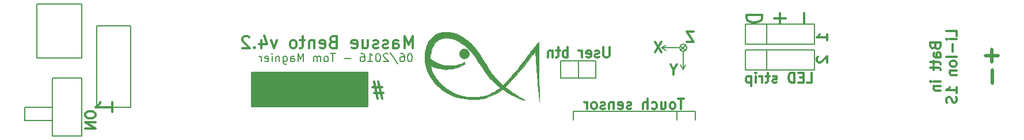
<source format=gbo>
G04 #@! TF.FileFunction,Legend,Bot*
%FSLAX46Y46*%
G04 Gerber Fmt 4.6, Leading zero omitted, Abs format (unit mm)*
G04 Created by KiCad (PCBNEW 4.0.0-rc2-1-stable) date Mardi 07 juin 2016 13:35:49*
%MOMM*%
G01*
G04 APERTURE LIST*
%ADD10C,0.100000*%
%ADD11C,0.300000*%
%ADD12C,0.200000*%
%ADD13C,0.500000*%
%ADD14C,0.150000*%
%ADD15C,0.254000*%
G04 APERTURE END LIST*
D10*
D11*
X50869048Y8428571D02*
X49440476Y8428571D01*
X50297619Y9285714D02*
X50869048Y6714286D01*
X49630952Y7571429D02*
X51059524Y7571429D01*
X50202381Y6714286D02*
X49630952Y9285714D01*
X7190571Y4510572D02*
X7190571Y4224858D01*
X7262000Y4082000D01*
X7404857Y3939143D01*
X7690571Y3867715D01*
X8190571Y3867715D01*
X8476286Y3939143D01*
X8619143Y4082000D01*
X8690571Y4224858D01*
X8690571Y4510572D01*
X8619143Y4653429D01*
X8476286Y4796286D01*
X8190571Y4867715D01*
X7690571Y4867715D01*
X7404857Y4796286D01*
X7262000Y4653429D01*
X7190571Y4510572D01*
X8690571Y3224857D02*
X7190571Y3224857D01*
X8690571Y2367714D01*
X7190571Y2367714D01*
X96649999Y16595429D02*
X95649999Y16595429D01*
X96649999Y15095429D01*
X95649999Y15095429D01*
D12*
X94753000Y14504000D02*
X95515000Y13869000D01*
X94753000Y13869000D02*
X95515000Y14631000D01*
X95672815Y14250000D02*
G75*
G03X95672815Y14250000I-538815J0D01*
G01*
D11*
X93737000Y10983714D02*
X93737000Y10269429D01*
X94237000Y11769429D02*
X93737000Y10983714D01*
X93237000Y11769429D01*
D12*
X95100000Y11050000D02*
X94750000Y11700000D01*
X95100000Y11050000D02*
X95450000Y11700000D01*
X95100000Y13700000D02*
X95100000Y11050000D01*
D11*
X91950999Y15071429D02*
X90950999Y13571429D01*
X90950999Y15071429D02*
X91950999Y13571429D01*
D12*
X91959000Y14250000D02*
X92594000Y13869000D01*
X91959000Y14250000D02*
X92594000Y14631000D01*
X94500000Y14250000D02*
X91959000Y14250000D01*
X54985714Y13407143D02*
X54871429Y13407143D01*
X54757143Y13350000D01*
X54700000Y13292857D01*
X54642857Y13178571D01*
X54585714Y12950000D01*
X54585714Y12664286D01*
X54642857Y12435714D01*
X54700000Y12321429D01*
X54757143Y12264286D01*
X54871429Y12207143D01*
X54985714Y12207143D01*
X55100000Y12264286D01*
X55157143Y12321429D01*
X55214286Y12435714D01*
X55271429Y12664286D01*
X55271429Y12950000D01*
X55214286Y13178571D01*
X55157143Y13292857D01*
X55100000Y13350000D01*
X54985714Y13407143D01*
X53557143Y13407143D02*
X53785714Y13407143D01*
X53900000Y13350000D01*
X53957143Y13292857D01*
X54071429Y13121429D01*
X54128572Y12892857D01*
X54128572Y12435714D01*
X54071429Y12321429D01*
X54014286Y12264286D01*
X53900000Y12207143D01*
X53671429Y12207143D01*
X53557143Y12264286D01*
X53500000Y12321429D01*
X53442857Y12435714D01*
X53442857Y12721429D01*
X53500000Y12835714D01*
X53557143Y12892857D01*
X53671429Y12950000D01*
X53900000Y12950000D01*
X54014286Y12892857D01*
X54071429Y12835714D01*
X54128572Y12721429D01*
X52071429Y13464286D02*
X53100000Y11921429D01*
X51728572Y13292857D02*
X51671429Y13350000D01*
X51557143Y13407143D01*
X51271429Y13407143D01*
X51157143Y13350000D01*
X51100000Y13292857D01*
X51042857Y13178571D01*
X51042857Y13064286D01*
X51100000Y12892857D01*
X51785714Y12207143D01*
X51042857Y12207143D01*
X50300000Y13407143D02*
X50185715Y13407143D01*
X50071429Y13350000D01*
X50014286Y13292857D01*
X49957143Y13178571D01*
X49900000Y12950000D01*
X49900000Y12664286D01*
X49957143Y12435714D01*
X50014286Y12321429D01*
X50071429Y12264286D01*
X50185715Y12207143D01*
X50300000Y12207143D01*
X50414286Y12264286D01*
X50471429Y12321429D01*
X50528572Y12435714D01*
X50585715Y12664286D01*
X50585715Y12950000D01*
X50528572Y13178571D01*
X50471429Y13292857D01*
X50414286Y13350000D01*
X50300000Y13407143D01*
X48757143Y12207143D02*
X49442858Y12207143D01*
X49100000Y12207143D02*
X49100000Y13407143D01*
X49214286Y13235714D01*
X49328572Y13121429D01*
X49442858Y13064286D01*
X47728572Y13407143D02*
X47957143Y13407143D01*
X48071429Y13350000D01*
X48128572Y13292857D01*
X48242858Y13121429D01*
X48300001Y12892857D01*
X48300001Y12435714D01*
X48242858Y12321429D01*
X48185715Y12264286D01*
X48071429Y12207143D01*
X47842858Y12207143D01*
X47728572Y12264286D01*
X47671429Y12321429D01*
X47614286Y12435714D01*
X47614286Y12721429D01*
X47671429Y12835714D01*
X47728572Y12892857D01*
X47842858Y12950000D01*
X48071429Y12950000D01*
X48185715Y12892857D01*
X48242858Y12835714D01*
X48300001Y12721429D01*
X46185715Y12664286D02*
X45271429Y12664286D01*
X43957143Y13407143D02*
X43271429Y13407143D01*
X43614286Y12207143D02*
X43614286Y13407143D01*
X42700000Y12207143D02*
X42814286Y12264286D01*
X42871429Y12321429D01*
X42928572Y12435714D01*
X42928572Y12778571D01*
X42871429Y12892857D01*
X42814286Y12950000D01*
X42700000Y13007143D01*
X42528572Y13007143D01*
X42414286Y12950000D01*
X42357143Y12892857D01*
X42300000Y12778571D01*
X42300000Y12435714D01*
X42357143Y12321429D01*
X42414286Y12264286D01*
X42528572Y12207143D01*
X42700000Y12207143D01*
X41785715Y12207143D02*
X41785715Y13007143D01*
X41785715Y12892857D02*
X41728572Y12950000D01*
X41614286Y13007143D01*
X41442858Y13007143D01*
X41328572Y12950000D01*
X41271429Y12835714D01*
X41271429Y12207143D01*
X41271429Y12835714D02*
X41214286Y12950000D01*
X41100000Y13007143D01*
X40928572Y13007143D01*
X40814286Y12950000D01*
X40757143Y12835714D01*
X40757143Y12207143D01*
X39271429Y12207143D02*
X39271429Y13407143D01*
X38871429Y12550000D01*
X38471429Y13407143D01*
X38471429Y12207143D01*
X37385714Y12207143D02*
X37385714Y12835714D01*
X37442857Y12950000D01*
X37557143Y13007143D01*
X37785714Y13007143D01*
X37900000Y12950000D01*
X37385714Y12264286D02*
X37500000Y12207143D01*
X37785714Y12207143D01*
X37900000Y12264286D01*
X37957143Y12378571D01*
X37957143Y12492857D01*
X37900000Y12607143D01*
X37785714Y12664286D01*
X37500000Y12664286D01*
X37385714Y12721429D01*
X36300000Y13007143D02*
X36300000Y12035714D01*
X36357143Y11921429D01*
X36414286Y11864286D01*
X36528571Y11807143D01*
X36700000Y11807143D01*
X36814286Y11864286D01*
X36300000Y12264286D02*
X36414286Y12207143D01*
X36642857Y12207143D01*
X36757143Y12264286D01*
X36814286Y12321429D01*
X36871429Y12435714D01*
X36871429Y12778571D01*
X36814286Y12892857D01*
X36757143Y12950000D01*
X36642857Y13007143D01*
X36414286Y13007143D01*
X36300000Y12950000D01*
X35728572Y13007143D02*
X35728572Y12207143D01*
X35728572Y12892857D02*
X35671429Y12950000D01*
X35557143Y13007143D01*
X35385715Y13007143D01*
X35271429Y12950000D01*
X35214286Y12835714D01*
X35214286Y12207143D01*
X34642858Y12207143D02*
X34642858Y13007143D01*
X34642858Y13407143D02*
X34700001Y13350000D01*
X34642858Y13292857D01*
X34585715Y13350000D01*
X34642858Y13407143D01*
X34642858Y13292857D01*
X33614286Y12264286D02*
X33728572Y12207143D01*
X33957143Y12207143D01*
X34071429Y12264286D01*
X34128572Y12378571D01*
X34128572Y12835714D01*
X34071429Y12950000D01*
X33957143Y13007143D01*
X33728572Y13007143D01*
X33614286Y12950000D01*
X33557143Y12835714D01*
X33557143Y12721429D01*
X34128572Y12607143D01*
X33042858Y12207143D02*
X33042858Y13007143D01*
X33042858Y12778571D02*
X32985715Y12892857D01*
X32928572Y12950000D01*
X32814286Y13007143D01*
X32700001Y13007143D01*
D11*
X55321429Y14185714D02*
X55321429Y15985714D01*
X54721429Y14700000D01*
X54121429Y15985714D01*
X54121429Y14185714D01*
X52492857Y14185714D02*
X52492857Y15128571D01*
X52578571Y15300000D01*
X52750000Y15385714D01*
X53092857Y15385714D01*
X53264286Y15300000D01*
X52492857Y14271429D02*
X52664286Y14185714D01*
X53092857Y14185714D01*
X53264286Y14271429D01*
X53350000Y14442857D01*
X53350000Y14614286D01*
X53264286Y14785714D01*
X53092857Y14871429D01*
X52664286Y14871429D01*
X52492857Y14957143D01*
X51721429Y14271429D02*
X51550000Y14185714D01*
X51207143Y14185714D01*
X51035715Y14271429D01*
X50950000Y14442857D01*
X50950000Y14528571D01*
X51035715Y14700000D01*
X51207143Y14785714D01*
X51464286Y14785714D01*
X51635715Y14871429D01*
X51721429Y15042857D01*
X51721429Y15128571D01*
X51635715Y15300000D01*
X51464286Y15385714D01*
X51207143Y15385714D01*
X51035715Y15300000D01*
X50264286Y14271429D02*
X50092857Y14185714D01*
X49750000Y14185714D01*
X49578572Y14271429D01*
X49492857Y14442857D01*
X49492857Y14528571D01*
X49578572Y14700000D01*
X49750000Y14785714D01*
X50007143Y14785714D01*
X50178572Y14871429D01*
X50264286Y15042857D01*
X50264286Y15128571D01*
X50178572Y15300000D01*
X50007143Y15385714D01*
X49750000Y15385714D01*
X49578572Y15300000D01*
X47950000Y15385714D02*
X47950000Y14185714D01*
X48721429Y15385714D02*
X48721429Y14442857D01*
X48635714Y14271429D01*
X48464286Y14185714D01*
X48207143Y14185714D01*
X48035714Y14271429D01*
X47950000Y14357143D01*
X46407143Y14271429D02*
X46578572Y14185714D01*
X46921429Y14185714D01*
X47092858Y14271429D01*
X47178572Y14442857D01*
X47178572Y15128571D01*
X47092858Y15300000D01*
X46921429Y15385714D01*
X46578572Y15385714D01*
X46407143Y15300000D01*
X46321429Y15128571D01*
X46321429Y14957143D01*
X47178572Y14785714D01*
X43578572Y15128571D02*
X43321429Y15042857D01*
X43235714Y14957143D01*
X43150000Y14785714D01*
X43150000Y14528571D01*
X43235714Y14357143D01*
X43321429Y14271429D01*
X43492857Y14185714D01*
X44178572Y14185714D01*
X44178572Y15985714D01*
X43578572Y15985714D01*
X43407143Y15900000D01*
X43321429Y15814286D01*
X43235714Y15642857D01*
X43235714Y15471429D01*
X43321429Y15300000D01*
X43407143Y15214286D01*
X43578572Y15128571D01*
X44178572Y15128571D01*
X41692857Y14271429D02*
X41864286Y14185714D01*
X42207143Y14185714D01*
X42378572Y14271429D01*
X42464286Y14442857D01*
X42464286Y15128571D01*
X42378572Y15300000D01*
X42207143Y15385714D01*
X41864286Y15385714D01*
X41692857Y15300000D01*
X41607143Y15128571D01*
X41607143Y14957143D01*
X42464286Y14785714D01*
X40835715Y15385714D02*
X40835715Y14185714D01*
X40835715Y15214286D02*
X40750000Y15300000D01*
X40578572Y15385714D01*
X40321429Y15385714D01*
X40150000Y15300000D01*
X40064286Y15128571D01*
X40064286Y14185714D01*
X39464286Y15385714D02*
X38778572Y15385714D01*
X39207144Y15985714D02*
X39207144Y14442857D01*
X39121429Y14271429D01*
X38950001Y14185714D01*
X38778572Y14185714D01*
X37921430Y14185714D02*
X38092858Y14271429D01*
X38178573Y14357143D01*
X38264287Y14528571D01*
X38264287Y15042857D01*
X38178573Y15214286D01*
X38092858Y15300000D01*
X37921430Y15385714D01*
X37664287Y15385714D01*
X37492858Y15300000D01*
X37407144Y15214286D01*
X37321430Y15042857D01*
X37321430Y14528571D01*
X37407144Y14357143D01*
X37492858Y14271429D01*
X37664287Y14185714D01*
X37921430Y14185714D01*
X35350001Y15385714D02*
X34921430Y14185714D01*
X34492858Y15385714D01*
X33035715Y15385714D02*
X33035715Y14185714D01*
X33464286Y16071429D02*
X33892858Y14785714D01*
X32778572Y14785714D01*
X32092858Y14357143D02*
X32007143Y14271429D01*
X32092858Y14185714D01*
X32178572Y14271429D01*
X32092858Y14357143D01*
X32092858Y14185714D01*
X31321429Y15814286D02*
X31235715Y15900000D01*
X31064286Y15985714D01*
X30635715Y15985714D01*
X30464286Y15900000D01*
X30378572Y15814286D01*
X30292857Y15642857D01*
X30292857Y15471429D01*
X30378572Y15214286D01*
X31407143Y14185714D01*
X30292857Y14185714D01*
X84267000Y14309429D02*
X84267000Y13095143D01*
X84195572Y12952286D01*
X84124143Y12880857D01*
X83981286Y12809429D01*
X83695572Y12809429D01*
X83552714Y12880857D01*
X83481286Y12952286D01*
X83409857Y13095143D01*
X83409857Y14309429D01*
X82767000Y12880857D02*
X82624143Y12809429D01*
X82338428Y12809429D01*
X82195571Y12880857D01*
X82124143Y13023714D01*
X82124143Y13095143D01*
X82195571Y13238000D01*
X82338428Y13309429D01*
X82552714Y13309429D01*
X82695571Y13380857D01*
X82767000Y13523714D01*
X82767000Y13595143D01*
X82695571Y13738000D01*
X82552714Y13809429D01*
X82338428Y13809429D01*
X82195571Y13738000D01*
X80909857Y12880857D02*
X81052714Y12809429D01*
X81338428Y12809429D01*
X81481285Y12880857D01*
X81552714Y13023714D01*
X81552714Y13595143D01*
X81481285Y13738000D01*
X81338428Y13809429D01*
X81052714Y13809429D01*
X80909857Y13738000D01*
X80838428Y13595143D01*
X80838428Y13452286D01*
X81552714Y13309429D01*
X80195571Y12809429D02*
X80195571Y13809429D01*
X80195571Y13523714D02*
X80124143Y13666571D01*
X80052714Y13738000D01*
X79909857Y13809429D01*
X79767000Y13809429D01*
X78124143Y12809429D02*
X78124143Y14309429D01*
X78124143Y13738000D02*
X77981286Y13809429D01*
X77695572Y13809429D01*
X77552715Y13738000D01*
X77481286Y13666571D01*
X77409857Y13523714D01*
X77409857Y13095143D01*
X77481286Y12952286D01*
X77552715Y12880857D01*
X77695572Y12809429D01*
X77981286Y12809429D01*
X78124143Y12880857D01*
X76981286Y13809429D02*
X76409857Y13809429D01*
X76767000Y14309429D02*
X76767000Y13023714D01*
X76695572Y12880857D01*
X76552714Y12809429D01*
X76409857Y12809429D01*
X75909857Y13809429D02*
X75909857Y12809429D01*
X75909857Y13666571D02*
X75838429Y13738000D01*
X75695571Y13809429D01*
X75481286Y13809429D01*
X75338429Y13738000D01*
X75267000Y13595143D01*
X75267000Y12809429D01*
D12*
X79767000Y12345000D02*
X79767000Y9805000D01*
X77100000Y9805000D02*
X77100000Y12345000D01*
X82307000Y9805000D02*
X77100000Y9805000D01*
X82307000Y12345000D02*
X82307000Y9805000D01*
X77100000Y12345000D02*
X82307000Y12345000D01*
D11*
X95252143Y6689429D02*
X94395000Y6689429D01*
X94823571Y5189429D02*
X94823571Y6689429D01*
X93680714Y5189429D02*
X93823572Y5260857D01*
X93895000Y5332286D01*
X93966429Y5475143D01*
X93966429Y5903714D01*
X93895000Y6046571D01*
X93823572Y6118000D01*
X93680714Y6189429D01*
X93466429Y6189429D01*
X93323572Y6118000D01*
X93252143Y6046571D01*
X93180714Y5903714D01*
X93180714Y5475143D01*
X93252143Y5332286D01*
X93323572Y5260857D01*
X93466429Y5189429D01*
X93680714Y5189429D01*
X91895000Y6189429D02*
X91895000Y5189429D01*
X92537857Y6189429D02*
X92537857Y5403714D01*
X92466429Y5260857D01*
X92323571Y5189429D01*
X92109286Y5189429D01*
X91966429Y5260857D01*
X91895000Y5332286D01*
X90537857Y5260857D02*
X90680714Y5189429D01*
X90966428Y5189429D01*
X91109286Y5260857D01*
X91180714Y5332286D01*
X91252143Y5475143D01*
X91252143Y5903714D01*
X91180714Y6046571D01*
X91109286Y6118000D01*
X90966428Y6189429D01*
X90680714Y6189429D01*
X90537857Y6118000D01*
X89895000Y5189429D02*
X89895000Y6689429D01*
X89252143Y5189429D02*
X89252143Y5975143D01*
X89323572Y6118000D01*
X89466429Y6189429D01*
X89680714Y6189429D01*
X89823572Y6118000D01*
X89895000Y6046571D01*
X87466429Y5260857D02*
X87323572Y5189429D01*
X87037857Y5189429D01*
X86895000Y5260857D01*
X86823572Y5403714D01*
X86823572Y5475143D01*
X86895000Y5618000D01*
X87037857Y5689429D01*
X87252143Y5689429D01*
X87395000Y5760857D01*
X87466429Y5903714D01*
X87466429Y5975143D01*
X87395000Y6118000D01*
X87252143Y6189429D01*
X87037857Y6189429D01*
X86895000Y6118000D01*
X85609286Y5260857D02*
X85752143Y5189429D01*
X86037857Y5189429D01*
X86180714Y5260857D01*
X86252143Y5403714D01*
X86252143Y5975143D01*
X86180714Y6118000D01*
X86037857Y6189429D01*
X85752143Y6189429D01*
X85609286Y6118000D01*
X85537857Y5975143D01*
X85537857Y5832286D01*
X86252143Y5689429D01*
X84895000Y6189429D02*
X84895000Y5189429D01*
X84895000Y6046571D02*
X84823572Y6118000D01*
X84680714Y6189429D01*
X84466429Y6189429D01*
X84323572Y6118000D01*
X84252143Y5975143D01*
X84252143Y5189429D01*
X83609286Y5260857D02*
X83466429Y5189429D01*
X83180714Y5189429D01*
X83037857Y5260857D01*
X82966429Y5403714D01*
X82966429Y5475143D01*
X83037857Y5618000D01*
X83180714Y5689429D01*
X83395000Y5689429D01*
X83537857Y5760857D01*
X83609286Y5903714D01*
X83609286Y5975143D01*
X83537857Y6118000D01*
X83395000Y6189429D01*
X83180714Y6189429D01*
X83037857Y6118000D01*
X82109285Y5189429D02*
X82252143Y5260857D01*
X82323571Y5332286D01*
X82395000Y5475143D01*
X82395000Y5903714D01*
X82323571Y6046571D01*
X82252143Y6118000D01*
X82109285Y6189429D01*
X81895000Y6189429D01*
X81752143Y6118000D01*
X81680714Y6046571D01*
X81609285Y5903714D01*
X81609285Y5475143D01*
X81680714Y5332286D01*
X81752143Y5260857D01*
X81895000Y5189429D01*
X82109285Y5189429D01*
X80966428Y5189429D02*
X80966428Y6189429D01*
X80966428Y5903714D02*
X80895000Y6046571D01*
X80823571Y6118000D01*
X80680714Y6189429D01*
X80537857Y6189429D01*
D12*
X94245000Y4852000D02*
X94245000Y3582000D01*
X96912000Y4852000D02*
X96912000Y3582000D01*
X79005000Y4852000D02*
X96912000Y4852000D01*
X79005000Y3582000D02*
X79005000Y4852000D01*
D11*
X114921429Y12928571D02*
X114850000Y12857142D01*
X114778571Y12714285D01*
X114778571Y12357142D01*
X114850000Y12214285D01*
X114921429Y12142856D01*
X115064286Y12071428D01*
X115207143Y12071428D01*
X115421429Y12142856D01*
X116278571Y12999999D01*
X116278571Y12071428D01*
X116278571Y15371428D02*
X116278571Y16228571D01*
X116278571Y15799999D02*
X114778571Y15799999D01*
X114992857Y15942856D01*
X115135714Y16085714D01*
X115207143Y16228571D01*
X106720476Y19123810D02*
X104420476Y19123810D01*
X104420476Y18647619D01*
X104530000Y18361905D01*
X104749048Y18171429D01*
X104968095Y18076190D01*
X105406190Y17980952D01*
X105734762Y17980952D01*
X106172857Y18076190D01*
X106391905Y18171429D01*
X106610952Y18361905D01*
X106720476Y18647619D01*
X106720476Y19123810D01*
X109364286Y19361905D02*
X109364286Y17838095D01*
X110240476Y18600000D02*
X108488095Y18600000D01*
X112884286Y19361905D02*
X112884286Y17838095D01*
X113321428Y9071429D02*
X114035714Y9071429D01*
X114035714Y10571429D01*
X112821428Y9857143D02*
X112321428Y9857143D01*
X112107142Y9071429D02*
X112821428Y9071429D01*
X112821428Y10571429D01*
X112107142Y10571429D01*
X111464285Y9071429D02*
X111464285Y10571429D01*
X111107142Y10571429D01*
X110892857Y10500000D01*
X110749999Y10357143D01*
X110678571Y10214286D01*
X110607142Y9928571D01*
X110607142Y9714286D01*
X110678571Y9428571D01*
X110749999Y9285714D01*
X110892857Y9142857D01*
X111107142Y9071429D01*
X111464285Y9071429D01*
X108892857Y9142857D02*
X108750000Y9071429D01*
X108464285Y9071429D01*
X108321428Y9142857D01*
X108250000Y9285714D01*
X108250000Y9357143D01*
X108321428Y9500000D01*
X108464285Y9571429D01*
X108678571Y9571429D01*
X108821428Y9642857D01*
X108892857Y9785714D01*
X108892857Y9857143D01*
X108821428Y10000000D01*
X108678571Y10071429D01*
X108464285Y10071429D01*
X108321428Y10000000D01*
X107821428Y10071429D02*
X107249999Y10071429D01*
X107607142Y10571429D02*
X107607142Y9285714D01*
X107535714Y9142857D01*
X107392856Y9071429D01*
X107249999Y9071429D01*
X106749999Y9071429D02*
X106749999Y10071429D01*
X106749999Y9785714D02*
X106678571Y9928571D01*
X106607142Y10000000D01*
X106464285Y10071429D01*
X106321428Y10071429D01*
X105821428Y9071429D02*
X105821428Y10071429D01*
X105821428Y10571429D02*
X105892857Y10500000D01*
X105821428Y10428571D01*
X105750000Y10500000D01*
X105821428Y10571429D01*
X105821428Y10428571D01*
X105107142Y10071429D02*
X105107142Y8571429D01*
X105107142Y10000000D02*
X104964285Y10071429D01*
X104678571Y10071429D01*
X104535714Y10000000D01*
X104464285Y9928571D01*
X104392856Y9785714D01*
X104392856Y9357143D01*
X104464285Y9214286D01*
X104535714Y9142857D01*
X104678571Y9071429D01*
X104964285Y9071429D01*
X105107142Y9142857D01*
D12*
X107400000Y13900000D02*
X107400000Y11000000D01*
X114400000Y11000000D02*
X114400000Y13900000D01*
X104300000Y11000000D02*
X114400000Y11000000D01*
X104300000Y13900000D02*
X104300000Y11000000D01*
X114400000Y13900000D02*
X104300000Y13900000D01*
X107400000Y17700000D02*
X107400000Y14800000D01*
X104300000Y14800000D02*
X114400000Y14800000D01*
X104300000Y17700000D02*
X104300000Y14800000D01*
X114400000Y17700000D02*
X104300000Y17700000D01*
X114400000Y14800000D02*
X114400000Y17700000D01*
D11*
X132180857Y14491714D02*
X132252286Y14277428D01*
X132323714Y14206000D01*
X132466571Y14134571D01*
X132680857Y14134571D01*
X132823714Y14206000D01*
X132895143Y14277428D01*
X132966571Y14420286D01*
X132966571Y14991714D01*
X131466571Y14991714D01*
X131466571Y14491714D01*
X131538000Y14348857D01*
X131609429Y14277428D01*
X131752286Y14206000D01*
X131895143Y14206000D01*
X132038000Y14277428D01*
X132109429Y14348857D01*
X132180857Y14491714D01*
X132180857Y14991714D01*
X132966571Y12848857D02*
X132180857Y12848857D01*
X132038000Y12920286D01*
X131966571Y13063143D01*
X131966571Y13348857D01*
X132038000Y13491714D01*
X132895143Y12848857D02*
X132966571Y12991714D01*
X132966571Y13348857D01*
X132895143Y13491714D01*
X132752286Y13563143D01*
X132609429Y13563143D01*
X132466571Y13491714D01*
X132395143Y13348857D01*
X132395143Y12991714D01*
X132323714Y12848857D01*
X131966571Y12348857D02*
X131966571Y11777428D01*
X131466571Y12134571D02*
X132752286Y12134571D01*
X132895143Y12063143D01*
X132966571Y11920285D01*
X132966571Y11777428D01*
X131966571Y11491714D02*
X131966571Y10920285D01*
X131466571Y11277428D02*
X132752286Y11277428D01*
X132895143Y11206000D01*
X132966571Y11063142D01*
X132966571Y10920285D01*
X132966571Y9277428D02*
X131966571Y9277428D01*
X131466571Y9277428D02*
X131538000Y9348857D01*
X131609429Y9277428D01*
X131538000Y9206000D01*
X131466571Y9277428D01*
X131609429Y9277428D01*
X131966571Y8563142D02*
X132966571Y8563142D01*
X132109429Y8563142D02*
X132038000Y8491714D01*
X131966571Y8348856D01*
X131966571Y8134571D01*
X132038000Y7991714D01*
X132180857Y7920285D01*
X132966571Y7920285D01*
X135366571Y15991714D02*
X135366571Y16706000D01*
X133866571Y16706000D01*
X135366571Y15491714D02*
X134366571Y15491714D01*
X133866571Y15491714D02*
X133938000Y15563143D01*
X134009429Y15491714D01*
X133938000Y15420286D01*
X133866571Y15491714D01*
X134009429Y15491714D01*
X134795143Y14777428D02*
X134795143Y13634571D01*
X135366571Y12920285D02*
X133866571Y12920285D01*
X135366571Y11991713D02*
X135295143Y12134571D01*
X135223714Y12205999D01*
X135080857Y12277428D01*
X134652286Y12277428D01*
X134509429Y12205999D01*
X134438000Y12134571D01*
X134366571Y11991713D01*
X134366571Y11777428D01*
X134438000Y11634571D01*
X134509429Y11563142D01*
X134652286Y11491713D01*
X135080857Y11491713D01*
X135223714Y11563142D01*
X135295143Y11634571D01*
X135366571Y11777428D01*
X135366571Y11991713D01*
X134366571Y10848856D02*
X135366571Y10848856D01*
X134509429Y10848856D02*
X134438000Y10777428D01*
X134366571Y10634570D01*
X134366571Y10420285D01*
X134438000Y10277428D01*
X134580857Y10205999D01*
X135366571Y10205999D01*
X135366571Y7563142D02*
X135366571Y8420285D01*
X135366571Y7991713D02*
X133866571Y7991713D01*
X134080857Y8134570D01*
X134223714Y8277428D01*
X134295143Y8420285D01*
X135295143Y6991714D02*
X135366571Y6777428D01*
X135366571Y6420285D01*
X135295143Y6277428D01*
X135223714Y6205999D01*
X135080857Y6134571D01*
X134938000Y6134571D01*
X134795143Y6205999D01*
X134723714Y6277428D01*
X134652286Y6420285D01*
X134580857Y6705999D01*
X134509429Y6848857D01*
X134438000Y6920285D01*
X134295143Y6991714D01*
X134152286Y6991714D01*
X134009429Y6920285D01*
X133938000Y6848857D01*
X133866571Y6705999D01*
X133866571Y6348857D01*
X133938000Y6134571D01*
D13*
X141452381Y13071429D02*
X139547619Y13071429D01*
X140500000Y12119048D02*
X140500000Y14023810D01*
X140571429Y9047619D02*
X140571429Y10952381D01*
D11*
X11174952Y4772714D02*
X11174952Y6201286D01*
X11174952Y5487000D02*
X8674952Y5487000D01*
X9032095Y5725095D01*
X9270190Y5963190D01*
X9389238Y6201286D01*
D10*
G36*
X57110666Y12886051D02*
X57130147Y12349690D01*
X57190490Y11840971D01*
X57292884Y11355814D01*
X57438514Y10890137D01*
X57628566Y10439859D01*
X57864229Y10000898D01*
X57890199Y9959657D01*
X57890199Y12631145D01*
X57905175Y12938923D01*
X57942357Y13331328D01*
X58013843Y13712278D01*
X58117163Y14071579D01*
X58249849Y14399039D01*
X58268035Y14436536D01*
X58443422Y14741815D01*
X58646981Y15006204D01*
X58877695Y15228791D01*
X59134547Y15408660D01*
X59416519Y15544898D01*
X59554767Y15592782D01*
X59761676Y15641365D01*
X59998501Y15672246D01*
X60247003Y15683895D01*
X60488943Y15674781D01*
X60509933Y15672875D01*
X60927302Y15607898D01*
X61345112Y15493503D01*
X61760889Y15330989D01*
X62172155Y15121655D01*
X62576435Y14866799D01*
X62971253Y14567721D01*
X63354131Y14225718D01*
X63450696Y14130652D01*
X63608562Y13968854D01*
X63759233Y13806927D01*
X63906384Y13640100D01*
X64053690Y13463607D01*
X64204826Y13272677D01*
X64363467Y13062542D01*
X64533289Y12828433D01*
X64717966Y12565582D01*
X64921173Y12269219D01*
X65146586Y11934575D01*
X65169369Y11900500D01*
X65418658Y11528842D01*
X65643267Y11197122D01*
X65845473Y10902223D01*
X66027558Y10641030D01*
X66191799Y10410424D01*
X66340475Y10207289D01*
X66475866Y10028508D01*
X66600251Y9870963D01*
X66715908Y9731537D01*
X66825117Y9607114D01*
X66923024Y9501994D01*
X67069819Y9354713D01*
X67244644Y9188470D01*
X67434819Y9014686D01*
X67627661Y8844783D01*
X67810490Y8690184D01*
X67940013Y8585987D01*
X68037698Y8507503D01*
X68117520Y8439083D01*
X68172509Y8387038D01*
X68195694Y8357676D01*
X68195680Y8354579D01*
X68167345Y8326977D01*
X68105150Y8276373D01*
X68017064Y8208597D01*
X67911054Y8129479D01*
X67795088Y8044848D01*
X67677132Y7960533D01*
X67565153Y7882364D01*
X67467120Y7816169D01*
X67407210Y7777684D01*
X66971114Y7536077D01*
X66507694Y7333761D01*
X66024752Y7173331D01*
X65530092Y7057383D01*
X65035000Y6988824D01*
X64843217Y6975841D01*
X64618997Y6967639D01*
X64375614Y6964128D01*
X64126341Y6965219D01*
X63884452Y6970823D01*
X63663222Y6980849D01*
X63475924Y6995209D01*
X63434800Y6999599D01*
X62856362Y7091083D01*
X62292421Y7230945D01*
X61744685Y7418663D01*
X61214858Y7653719D01*
X61105300Y7709425D01*
X60651162Y7968702D01*
X60222016Y8259870D01*
X59820714Y8579558D01*
X59450108Y8924392D01*
X59113051Y9290999D01*
X58812393Y9676007D01*
X58550986Y10076043D01*
X58331683Y10487733D01*
X58157335Y10907705D01*
X58030793Y11332585D01*
X58026478Y11350869D01*
X58003613Y11453728D01*
X57987420Y11536308D01*
X57979982Y11587390D01*
X57980547Y11598214D01*
X58006476Y11593180D01*
X58069050Y11572067D01*
X58158090Y11538494D01*
X58236047Y11507342D01*
X58738498Y11326547D01*
X59239567Y11194601D01*
X59737446Y11111384D01*
X60230326Y11076773D01*
X60716398Y11090649D01*
X61193853Y11152890D01*
X61660883Y11263375D01*
X62115678Y11421982D01*
X62556431Y11628592D01*
X62881793Y11818213D01*
X63052686Y11926728D01*
X62996093Y12019587D01*
X62939500Y12112446D01*
X62698200Y12000167D01*
X62454752Y11897233D01*
X62181565Y11799318D01*
X61899662Y11713444D01*
X61659547Y11653075D01*
X61567750Y11634249D01*
X61478436Y11620164D01*
X61381826Y11610139D01*
X61268141Y11603495D01*
X61127601Y11599552D01*
X60950427Y11597628D01*
X60856700Y11597242D01*
X60663979Y11597281D01*
X60511877Y11599062D01*
X60390223Y11603290D01*
X60288846Y11610668D01*
X60197577Y11621903D01*
X60106245Y11637699D01*
X60021573Y11655107D01*
X59619636Y11761307D01*
X59208381Y11907189D01*
X58801243Y12087012D01*
X58411654Y12295039D01*
X58166950Y12447461D01*
X57890199Y12631145D01*
X57890199Y9959657D01*
X58022621Y9749362D01*
X58354377Y9294956D01*
X58727310Y8867277D01*
X59137754Y8469190D01*
X59582042Y8103553D01*
X60056507Y7773230D01*
X60557484Y7481082D01*
X61081305Y7229970D01*
X61428200Y7091616D01*
X61971454Y6917345D01*
X62538565Y6784454D01*
X63123467Y6693270D01*
X63720098Y6644121D01*
X64322393Y6637333D01*
X64924288Y6673232D01*
X65519718Y6752147D01*
X65985318Y6845997D01*
X66380353Y6958194D01*
X66788560Y7111610D01*
X67200951Y7301752D01*
X67608539Y7524126D01*
X68002336Y7774240D01*
X68346979Y8026751D01*
X68507969Y8153269D01*
X68886035Y7902418D01*
X69261449Y7661789D01*
X69642421Y7433685D01*
X70020222Y7222829D01*
X70386122Y7033948D01*
X70731393Y6871764D01*
X70993396Y6761854D01*
X71175453Y6693958D01*
X71349458Y6635879D01*
X71509379Y6589013D01*
X71649184Y6554753D01*
X71762841Y6534495D01*
X71844316Y6529634D01*
X71887579Y6541565D01*
X71893000Y6553800D01*
X71873225Y6577872D01*
X71863986Y6579200D01*
X71817889Y6590507D01*
X71736055Y6621649D01*
X71627521Y6668462D01*
X71501322Y6726779D01*
X71366495Y6792435D01*
X71232076Y6861265D01*
X71116957Y6923576D01*
X70890272Y7055613D01*
X70638222Y7211719D01*
X70374246Y7383182D01*
X70111785Y7561289D01*
X69885491Y7721869D01*
X69744742Y7825407D01*
X69599129Y7934693D01*
X69454339Y8045236D01*
X69316055Y8152546D01*
X69189964Y8252130D01*
X69081749Y8339499D01*
X68997096Y8410161D01*
X68941690Y8459625D01*
X68921216Y8483400D01*
X68921200Y8483647D01*
X68938846Y8507509D01*
X68987633Y8559508D01*
X69061341Y8633364D01*
X69153746Y8722795D01*
X69223093Y8788369D01*
X69483743Y9041416D01*
X69770763Y9336615D01*
X70083441Y9673138D01*
X70421067Y10050156D01*
X70782928Y10466842D01*
X71168312Y10922368D01*
X71576510Y11415905D01*
X72006808Y11946627D01*
X72458496Y12513704D01*
X72820100Y12974193D01*
X73378900Y13689957D01*
X73409389Y13163529D01*
X73423640Y12931593D01*
X73441995Y12655585D01*
X73464009Y12340982D01*
X73489239Y11993264D01*
X73517239Y11617909D01*
X73547565Y11220394D01*
X73579773Y10806199D01*
X73613417Y10380801D01*
X73648055Y9949678D01*
X73683240Y9518310D01*
X73718529Y9092173D01*
X73753478Y8676748D01*
X73787641Y8277510D01*
X73820574Y7899940D01*
X73851833Y7549515D01*
X73880973Y7231714D01*
X73907550Y6952015D01*
X73931119Y6715895D01*
X73937429Y6655400D01*
X73973626Y6312500D01*
X73962145Y6960200D01*
X73959222Y7109138D01*
X73954997Y7301598D01*
X73949650Y7530326D01*
X73943364Y7788068D01*
X73936321Y8067568D01*
X73928702Y8361570D01*
X73920688Y8662821D01*
X73912461Y8964065D01*
X73907777Y9131900D01*
X73901578Y9374377D01*
X73895759Y9645550D01*
X73890336Y9941473D01*
X73885328Y10258197D01*
X73880753Y10591776D01*
X73876627Y10938263D01*
X73872969Y11293710D01*
X73869797Y11654169D01*
X73867127Y12015695D01*
X73864979Y12374339D01*
X73863369Y12726154D01*
X73862315Y13067193D01*
X73861834Y13393509D01*
X73861945Y13701154D01*
X73862665Y13986182D01*
X73864012Y14244644D01*
X73866004Y14472594D01*
X73868657Y14666085D01*
X73871990Y14821169D01*
X73876021Y14933899D01*
X73880767Y15000327D01*
X73881481Y15005650D01*
X73888811Y15079641D01*
X73886523Y15128063D01*
X73879516Y15139000D01*
X73853890Y15118555D01*
X73799156Y15057776D01*
X73715969Y14957499D01*
X73604980Y14818561D01*
X73466843Y14641798D01*
X73302211Y14428047D01*
X73111737Y14178144D01*
X72896073Y13892925D01*
X72655874Y13573227D01*
X72630086Y13538800D01*
X72216842Y12989714D01*
X71829231Y12480425D01*
X71465096Y12008210D01*
X71122276Y11570344D01*
X70798613Y11164101D01*
X70491947Y10786757D01*
X70200120Y10435588D01*
X69920973Y10107868D01*
X69812437Y9982800D01*
X69709077Y9866257D01*
X69590639Y9735902D01*
X69461820Y9596598D01*
X69327312Y9453206D01*
X69191810Y9310588D01*
X69060010Y9173607D01*
X68936605Y9047123D01*
X68826290Y8936000D01*
X68733760Y8845099D01*
X68663708Y8779281D01*
X68620830Y8743409D01*
X68610688Y8738200D01*
X68581570Y8755167D01*
X68522273Y8802410D01*
X68438692Y8874439D01*
X68336727Y8965768D01*
X68222274Y9070908D01*
X68101231Y9184371D01*
X67979496Y9300669D01*
X67862967Y9414314D01*
X67757542Y9519819D01*
X67669117Y9611695D01*
X67650798Y9631414D01*
X67514139Y9782299D01*
X67385880Y9929748D01*
X67262838Y10078324D01*
X67141825Y10232594D01*
X67019658Y10397122D01*
X66893149Y10576473D01*
X66759115Y10775213D01*
X66614369Y10997905D01*
X66455727Y11249116D01*
X66280002Y11533411D01*
X66084009Y11855353D01*
X65987704Y12014800D01*
X65693702Y12495417D01*
X65416775Y12932621D01*
X65154130Y13329754D01*
X64902972Y13690157D01*
X64660509Y14017172D01*
X64423947Y14314139D01*
X64190494Y14584400D01*
X63957357Y14831297D01*
X63721741Y15058170D01*
X63480854Y15268361D01*
X63231903Y15465211D01*
X62972095Y15652062D01*
X62914100Y15691553D01*
X62484237Y15953742D01*
X62037464Y16172686D01*
X61578993Y16346298D01*
X61114033Y16472494D01*
X60831300Y16525016D01*
X60619732Y16548484D01*
X60383440Y16559615D01*
X60136462Y16558881D01*
X59892837Y16546752D01*
X59666601Y16523699D01*
X59471793Y16490193D01*
X59419727Y16477691D01*
X59051733Y16356708D01*
X58711941Y16193652D01*
X58401277Y15989311D01*
X58120671Y15744469D01*
X57871051Y15459913D01*
X57653344Y15136429D01*
X57506004Y14857001D01*
X57365928Y14522707D01*
X57258115Y14179407D01*
X57180924Y13818916D01*
X57132713Y13433049D01*
X57111839Y13013618D01*
X57110666Y12886051D01*
X57110666Y12886051D01*
X57110666Y12886051D01*
G37*
X57110666Y12886051D02*
X57130147Y12349690D01*
X57190490Y11840971D01*
X57292884Y11355814D01*
X57438514Y10890137D01*
X57628566Y10439859D01*
X57864229Y10000898D01*
X57890199Y9959657D01*
X57890199Y12631145D01*
X57905175Y12938923D01*
X57942357Y13331328D01*
X58013843Y13712278D01*
X58117163Y14071579D01*
X58249849Y14399039D01*
X58268035Y14436536D01*
X58443422Y14741815D01*
X58646981Y15006204D01*
X58877695Y15228791D01*
X59134547Y15408660D01*
X59416519Y15544898D01*
X59554767Y15592782D01*
X59761676Y15641365D01*
X59998501Y15672246D01*
X60247003Y15683895D01*
X60488943Y15674781D01*
X60509933Y15672875D01*
X60927302Y15607898D01*
X61345112Y15493503D01*
X61760889Y15330989D01*
X62172155Y15121655D01*
X62576435Y14866799D01*
X62971253Y14567721D01*
X63354131Y14225718D01*
X63450696Y14130652D01*
X63608562Y13968854D01*
X63759233Y13806927D01*
X63906384Y13640100D01*
X64053690Y13463607D01*
X64204826Y13272677D01*
X64363467Y13062542D01*
X64533289Y12828433D01*
X64717966Y12565582D01*
X64921173Y12269219D01*
X65146586Y11934575D01*
X65169369Y11900500D01*
X65418658Y11528842D01*
X65643267Y11197122D01*
X65845473Y10902223D01*
X66027558Y10641030D01*
X66191799Y10410424D01*
X66340475Y10207289D01*
X66475866Y10028508D01*
X66600251Y9870963D01*
X66715908Y9731537D01*
X66825117Y9607114D01*
X66923024Y9501994D01*
X67069819Y9354713D01*
X67244644Y9188470D01*
X67434819Y9014686D01*
X67627661Y8844783D01*
X67810490Y8690184D01*
X67940013Y8585987D01*
X68037698Y8507503D01*
X68117520Y8439083D01*
X68172509Y8387038D01*
X68195694Y8357676D01*
X68195680Y8354579D01*
X68167345Y8326977D01*
X68105150Y8276373D01*
X68017064Y8208597D01*
X67911054Y8129479D01*
X67795088Y8044848D01*
X67677132Y7960533D01*
X67565153Y7882364D01*
X67467120Y7816169D01*
X67407210Y7777684D01*
X66971114Y7536077D01*
X66507694Y7333761D01*
X66024752Y7173331D01*
X65530092Y7057383D01*
X65035000Y6988824D01*
X64843217Y6975841D01*
X64618997Y6967639D01*
X64375614Y6964128D01*
X64126341Y6965219D01*
X63884452Y6970823D01*
X63663222Y6980849D01*
X63475924Y6995209D01*
X63434800Y6999599D01*
X62856362Y7091083D01*
X62292421Y7230945D01*
X61744685Y7418663D01*
X61214858Y7653719D01*
X61105300Y7709425D01*
X60651162Y7968702D01*
X60222016Y8259870D01*
X59820714Y8579558D01*
X59450108Y8924392D01*
X59113051Y9290999D01*
X58812393Y9676007D01*
X58550986Y10076043D01*
X58331683Y10487733D01*
X58157335Y10907705D01*
X58030793Y11332585D01*
X58026478Y11350869D01*
X58003613Y11453728D01*
X57987420Y11536308D01*
X57979982Y11587390D01*
X57980547Y11598214D01*
X58006476Y11593180D01*
X58069050Y11572067D01*
X58158090Y11538494D01*
X58236047Y11507342D01*
X58738498Y11326547D01*
X59239567Y11194601D01*
X59737446Y11111384D01*
X60230326Y11076773D01*
X60716398Y11090649D01*
X61193853Y11152890D01*
X61660883Y11263375D01*
X62115678Y11421982D01*
X62556431Y11628592D01*
X62881793Y11818213D01*
X63052686Y11926728D01*
X62996093Y12019587D01*
X62939500Y12112446D01*
X62698200Y12000167D01*
X62454752Y11897233D01*
X62181565Y11799318D01*
X61899662Y11713444D01*
X61659547Y11653075D01*
X61567750Y11634249D01*
X61478436Y11620164D01*
X61381826Y11610139D01*
X61268141Y11603495D01*
X61127601Y11599552D01*
X60950427Y11597628D01*
X60856700Y11597242D01*
X60663979Y11597281D01*
X60511877Y11599062D01*
X60390223Y11603290D01*
X60288846Y11610668D01*
X60197577Y11621903D01*
X60106245Y11637699D01*
X60021573Y11655107D01*
X59619636Y11761307D01*
X59208381Y11907189D01*
X58801243Y12087012D01*
X58411654Y12295039D01*
X58166950Y12447461D01*
X57890199Y12631145D01*
X57890199Y9959657D01*
X58022621Y9749362D01*
X58354377Y9294956D01*
X58727310Y8867277D01*
X59137754Y8469190D01*
X59582042Y8103553D01*
X60056507Y7773230D01*
X60557484Y7481082D01*
X61081305Y7229970D01*
X61428200Y7091616D01*
X61971454Y6917345D01*
X62538565Y6784454D01*
X63123467Y6693270D01*
X63720098Y6644121D01*
X64322393Y6637333D01*
X64924288Y6673232D01*
X65519718Y6752147D01*
X65985318Y6845997D01*
X66380353Y6958194D01*
X66788560Y7111610D01*
X67200951Y7301752D01*
X67608539Y7524126D01*
X68002336Y7774240D01*
X68346979Y8026751D01*
X68507969Y8153269D01*
X68886035Y7902418D01*
X69261449Y7661789D01*
X69642421Y7433685D01*
X70020222Y7222829D01*
X70386122Y7033948D01*
X70731393Y6871764D01*
X70993396Y6761854D01*
X71175453Y6693958D01*
X71349458Y6635879D01*
X71509379Y6589013D01*
X71649184Y6554753D01*
X71762841Y6534495D01*
X71844316Y6529634D01*
X71887579Y6541565D01*
X71893000Y6553800D01*
X71873225Y6577872D01*
X71863986Y6579200D01*
X71817889Y6590507D01*
X71736055Y6621649D01*
X71627521Y6668462D01*
X71501322Y6726779D01*
X71366495Y6792435D01*
X71232076Y6861265D01*
X71116957Y6923576D01*
X70890272Y7055613D01*
X70638222Y7211719D01*
X70374246Y7383182D01*
X70111785Y7561289D01*
X69885491Y7721869D01*
X69744742Y7825407D01*
X69599129Y7934693D01*
X69454339Y8045236D01*
X69316055Y8152546D01*
X69189964Y8252130D01*
X69081749Y8339499D01*
X68997096Y8410161D01*
X68941690Y8459625D01*
X68921216Y8483400D01*
X68921200Y8483647D01*
X68938846Y8507509D01*
X68987633Y8559508D01*
X69061341Y8633364D01*
X69153746Y8722795D01*
X69223093Y8788369D01*
X69483743Y9041416D01*
X69770763Y9336615D01*
X70083441Y9673138D01*
X70421067Y10050156D01*
X70782928Y10466842D01*
X71168312Y10922368D01*
X71576510Y11415905D01*
X72006808Y11946627D01*
X72458496Y12513704D01*
X72820100Y12974193D01*
X73378900Y13689957D01*
X73409389Y13163529D01*
X73423640Y12931593D01*
X73441995Y12655585D01*
X73464009Y12340982D01*
X73489239Y11993264D01*
X73517239Y11617909D01*
X73547565Y11220394D01*
X73579773Y10806199D01*
X73613417Y10380801D01*
X73648055Y9949678D01*
X73683240Y9518310D01*
X73718529Y9092173D01*
X73753478Y8676748D01*
X73787641Y8277510D01*
X73820574Y7899940D01*
X73851833Y7549515D01*
X73880973Y7231714D01*
X73907550Y6952015D01*
X73931119Y6715895D01*
X73937429Y6655400D01*
X73973626Y6312500D01*
X73962145Y6960200D01*
X73959222Y7109138D01*
X73954997Y7301598D01*
X73949650Y7530326D01*
X73943364Y7788068D01*
X73936321Y8067568D01*
X73928702Y8361570D01*
X73920688Y8662821D01*
X73912461Y8964065D01*
X73907777Y9131900D01*
X73901578Y9374377D01*
X73895759Y9645550D01*
X73890336Y9941473D01*
X73885328Y10258197D01*
X73880753Y10591776D01*
X73876627Y10938263D01*
X73872969Y11293710D01*
X73869797Y11654169D01*
X73867127Y12015695D01*
X73864979Y12374339D01*
X73863369Y12726154D01*
X73862315Y13067193D01*
X73861834Y13393509D01*
X73861945Y13701154D01*
X73862665Y13986182D01*
X73864012Y14244644D01*
X73866004Y14472594D01*
X73868657Y14666085D01*
X73871990Y14821169D01*
X73876021Y14933899D01*
X73880767Y15000327D01*
X73881481Y15005650D01*
X73888811Y15079641D01*
X73886523Y15128063D01*
X73879516Y15139000D01*
X73853890Y15118555D01*
X73799156Y15057776D01*
X73715969Y14957499D01*
X73604980Y14818561D01*
X73466843Y14641798D01*
X73302211Y14428047D01*
X73111737Y14178144D01*
X72896073Y13892925D01*
X72655874Y13573227D01*
X72630086Y13538800D01*
X72216842Y12989714D01*
X71829231Y12480425D01*
X71465096Y12008210D01*
X71122276Y11570344D01*
X70798613Y11164101D01*
X70491947Y10786757D01*
X70200120Y10435588D01*
X69920973Y10107868D01*
X69812437Y9982800D01*
X69709077Y9866257D01*
X69590639Y9735902D01*
X69461820Y9596598D01*
X69327312Y9453206D01*
X69191810Y9310588D01*
X69060010Y9173607D01*
X68936605Y9047123D01*
X68826290Y8936000D01*
X68733760Y8845099D01*
X68663708Y8779281D01*
X68620830Y8743409D01*
X68610688Y8738200D01*
X68581570Y8755167D01*
X68522273Y8802410D01*
X68438692Y8874439D01*
X68336727Y8965768D01*
X68222274Y9070908D01*
X68101231Y9184371D01*
X67979496Y9300669D01*
X67862967Y9414314D01*
X67757542Y9519819D01*
X67669117Y9611695D01*
X67650798Y9631414D01*
X67514139Y9782299D01*
X67385880Y9929748D01*
X67262838Y10078324D01*
X67141825Y10232594D01*
X67019658Y10397122D01*
X66893149Y10576473D01*
X66759115Y10775213D01*
X66614369Y10997905D01*
X66455727Y11249116D01*
X66280002Y11533411D01*
X66084009Y11855353D01*
X65987704Y12014800D01*
X65693702Y12495417D01*
X65416775Y12932621D01*
X65154130Y13329754D01*
X64902972Y13690157D01*
X64660509Y14017172D01*
X64423947Y14314139D01*
X64190494Y14584400D01*
X63957357Y14831297D01*
X63721741Y15058170D01*
X63480854Y15268361D01*
X63231903Y15465211D01*
X62972095Y15652062D01*
X62914100Y15691553D01*
X62484237Y15953742D01*
X62037464Y16172686D01*
X61578993Y16346298D01*
X61114033Y16472494D01*
X60831300Y16525016D01*
X60619732Y16548484D01*
X60383440Y16559615D01*
X60136462Y16558881D01*
X59892837Y16546752D01*
X59666601Y16523699D01*
X59471793Y16490193D01*
X59419727Y16477691D01*
X59051733Y16356708D01*
X58711941Y16193652D01*
X58401277Y15989311D01*
X58120671Y15744469D01*
X57871051Y15459913D01*
X57653344Y15136429D01*
X57506004Y14857001D01*
X57365928Y14522707D01*
X57258115Y14179407D01*
X57180924Y13818916D01*
X57132713Y13433049D01*
X57111839Y13013618D01*
X57110666Y12886051D01*
X57110666Y12886051D01*
G36*
X62193167Y13391820D02*
X62205704Y13226035D01*
X62254743Y13067155D01*
X62339737Y12922900D01*
X62460142Y12800987D01*
X62607609Y12712548D01*
X62790271Y12652765D01*
X62964562Y12640725D01*
X63045069Y12651246D01*
X63223490Y12709698D01*
X63374857Y12806374D01*
X63495251Y12934269D01*
X63580749Y13086378D01*
X63627431Y13255698D01*
X63631376Y13435223D01*
X63588662Y13617950D01*
X63587697Y13620544D01*
X63502102Y13782295D01*
X63382895Y13912150D01*
X63237940Y14007538D01*
X63075103Y14065890D01*
X62902250Y14084638D01*
X62727247Y14061211D01*
X62557960Y13993041D01*
X62518914Y13969647D01*
X62380003Y13853424D01*
X62279772Y13713233D01*
X62217674Y13556792D01*
X62193167Y13391820D01*
X62193167Y13391820D01*
X62193167Y13391820D01*
G37*
X62193167Y13391820D02*
X62205704Y13226035D01*
X62254743Y13067155D01*
X62339737Y12922900D01*
X62460142Y12800987D01*
X62607609Y12712548D01*
X62790271Y12652765D01*
X62964562Y12640725D01*
X63045069Y12651246D01*
X63223490Y12709698D01*
X63374857Y12806374D01*
X63495251Y12934269D01*
X63580749Y13086378D01*
X63627431Y13255698D01*
X63631376Y13435223D01*
X63588662Y13617950D01*
X63587697Y13620544D01*
X63502102Y13782295D01*
X63382895Y13912150D01*
X63237940Y14007538D01*
X63075103Y14065890D01*
X62902250Y14084638D01*
X62727247Y14061211D01*
X62557960Y13993041D01*
X62518914Y13969647D01*
X62380003Y13853424D01*
X62279772Y13713233D01*
X62217674Y13556792D01*
X62193167Y13391820D01*
X62193167Y13391820D01*
D14*
X30000Y12719000D02*
X6680000Y12719000D01*
X6680000Y12719000D02*
X6680000Y20719000D01*
X6680000Y20719000D02*
X30000Y20719000D01*
X30000Y20719000D02*
X30000Y12719000D01*
X2300000Y5500000D02*
X-1700000Y5500000D01*
X-1700000Y5500000D02*
X-1700000Y3500000D01*
X-1700000Y3500000D02*
X2300000Y3500000D01*
X6700000Y1200000D02*
X6700000Y9800000D01*
X6700000Y9800000D02*
X2300000Y9800000D01*
X2300000Y9800000D02*
X2300000Y1200000D01*
X2300000Y1200000D02*
X6700000Y1200000D01*
X8875000Y17489000D02*
X13875000Y17489000D01*
X13875000Y17489000D02*
X13875000Y5489000D01*
X13875000Y5489000D02*
X8875000Y5489000D01*
X8875000Y5489000D02*
X8875000Y17489000D01*
D15*
G36*
X48623000Y5627000D02*
X31627000Y5627000D01*
X31627000Y10623000D01*
X48623000Y10623000D01*
X48623000Y5627000D01*
X48623000Y5627000D01*
G37*
X48623000Y5627000D02*
X31627000Y5627000D01*
X31627000Y10623000D01*
X48623000Y10623000D01*
X48623000Y5627000D01*
M02*

</source>
